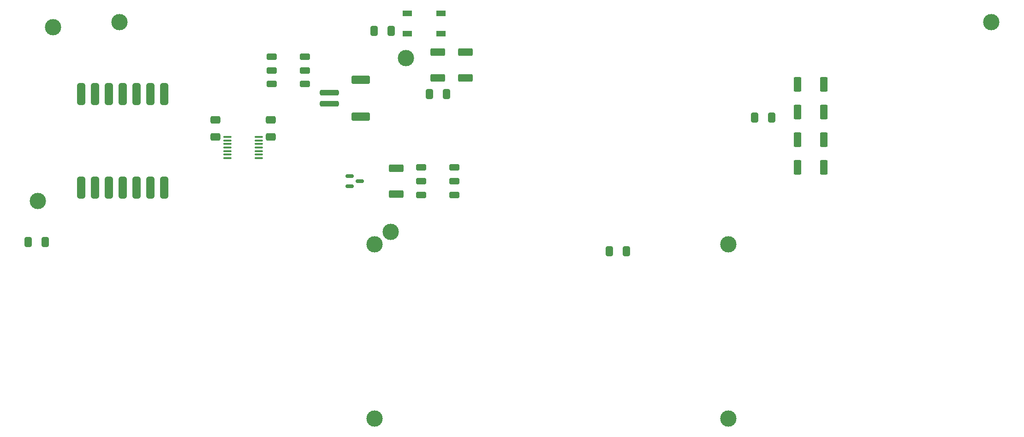
<source format=gbp>
%TF.GenerationSoftware,KiCad,Pcbnew,6.0.10-86aedd382b~118~ubuntu22.04.1*%
%TF.CreationDate,2023-01-30T16:02:00-06:00*%
%TF.ProjectId,badge,62616467-652e-46b6-9963-61645f706362,rev?*%
%TF.SameCoordinates,Original*%
%TF.FileFunction,Paste,Bot*%
%TF.FilePolarity,Positive*%
%FSLAX46Y46*%
G04 Gerber Fmt 4.6, Leading zero omitted, Abs format (unit mm)*
G04 Created by KiCad (PCBNEW 6.0.10-86aedd382b~118~ubuntu22.04.1) date 2023-01-30 16:02:00*
%MOMM*%
%LPD*%
G01*
G04 APERTURE LIST*
G04 Aperture macros list*
%AMRoundRect*
0 Rectangle with rounded corners*
0 $1 Rounding radius*
0 $2 $3 $4 $5 $6 $7 $8 $9 X,Y pos of 4 corners*
0 Add a 4 corners polygon primitive as box body*
4,1,4,$2,$3,$4,$5,$6,$7,$8,$9,$2,$3,0*
0 Add four circle primitives for the rounded corners*
1,1,$1+$1,$2,$3*
1,1,$1+$1,$4,$5*
1,1,$1+$1,$6,$7*
1,1,$1+$1,$8,$9*
0 Add four rect primitives between the rounded corners*
20,1,$1+$1,$2,$3,$4,$5,0*
20,1,$1+$1,$4,$5,$6,$7,0*
20,1,$1+$1,$6,$7,$8,$9,0*
20,1,$1+$1,$8,$9,$2,$3,0*%
G04 Aperture macros list end*
%ADD10C,3.000000*%
%ADD11RoundRect,0.249999X1.075001X-0.450001X1.075001X0.450001X-1.075001X0.450001X-1.075001X-0.450001X0*%
%ADD12RoundRect,0.249999X-1.075001X0.450001X-1.075001X-0.450001X1.075001X-0.450001X1.075001X0.450001X0*%
%ADD13RoundRect,0.250000X0.650000X-0.412500X0.650000X0.412500X-0.650000X0.412500X-0.650000X-0.412500X0*%
%ADD14RoundRect,0.250000X0.412500X0.650000X-0.412500X0.650000X-0.412500X-0.650000X0.412500X-0.650000X0*%
%ADD15RoundRect,0.250000X-1.500000X0.250000X-1.500000X-0.250000X1.500000X-0.250000X1.500000X0.250000X0*%
%ADD16RoundRect,0.250001X-1.449999X0.499999X-1.449999X-0.499999X1.449999X-0.499999X1.449999X0.499999X0*%
%ADD17RoundRect,0.300000X0.650000X-0.300000X0.650000X0.300000X-0.650000X0.300000X-0.650000X-0.300000X0*%
%ADD18RoundRect,0.249999X0.450001X1.075001X-0.450001X1.075001X-0.450001X-1.075001X0.450001X-1.075001X0*%
%ADD19RoundRect,0.249999X-0.450001X-1.075001X0.450001X-1.075001X0.450001X1.075001X-0.450001X1.075001X0*%
%ADD20RoundRect,0.150000X-0.587500X-0.150000X0.587500X-0.150000X0.587500X0.150000X-0.587500X0.150000X0*%
%ADD21RoundRect,0.300000X-0.650000X0.300000X-0.650000X-0.300000X0.650000X-0.300000X0.650000X0.300000X0*%
%ADD22R,1.800000X1.100000*%
%ADD23RoundRect,0.100000X0.637500X0.100000X-0.637500X0.100000X-0.637500X-0.100000X0.637500X-0.100000X0*%
%ADD24RoundRect,0.375000X-0.375000X1.625000X-0.375000X-1.625000X0.375000X-1.625000X0.375000X1.625000X0*%
G04 APERTURE END LIST*
D10*
%TO.C,hole1*%
X68580000Y-62230000D03*
%TD*%
%TO.C,U2*%
X115360000Y-103020000D03*
X180360000Y-103020000D03*
X115360000Y-135020000D03*
X180360000Y-135020000D03*
%TD*%
%TO.C,hole2*%
X228600000Y-62230000D03*
%TD*%
%TO.C,U2*%
X56359194Y-63191546D03*
X118322866Y-100734900D03*
X121111850Y-68856670D03*
X53570211Y-95069777D03*
%TD*%
D11*
%TO.C,R3*%
X127000000Y-72507064D03*
X127000000Y-67707064D03*
%TD*%
D12*
%TO.C,R11*%
X119380000Y-89040000D03*
X119380000Y-93840000D03*
%TD*%
D13*
%TO.C,C41*%
X96350000Y-83305000D03*
X96350000Y-80180000D03*
%TD*%
D14*
%TO.C,C1*%
X54902500Y-102600000D03*
X51777500Y-102600000D03*
%TD*%
%TO.C,C4*%
X161582500Y-104340000D03*
X158457500Y-104340000D03*
%TD*%
D15*
%TO.C,BT1*%
X107124214Y-75200000D03*
X107124214Y-77200000D03*
D16*
X112874214Y-72850000D03*
X112874214Y-79550000D03*
%TD*%
D14*
%TO.C,C2*%
X118402500Y-63850000D03*
X115277500Y-63850000D03*
%TD*%
D17*
%TO.C,SW1*%
X102620000Y-73580000D03*
X102620000Y-71080000D03*
X102620000Y-68580000D03*
X96520000Y-73580000D03*
X96520000Y-71080000D03*
X96520000Y-68580000D03*
%TD*%
D18*
%TO.C,R6*%
X197840000Y-78700000D03*
X193040000Y-78700000D03*
%TD*%
D14*
%TO.C,C3*%
X128562500Y-75460000D03*
X125437500Y-75460000D03*
%TD*%
D19*
%TO.C,R4*%
X193040000Y-88900000D03*
X197840000Y-88900000D03*
%TD*%
D20*
%TO.C,Q1*%
X110822500Y-92390000D03*
X110822500Y-90490000D03*
X112697500Y-91440000D03*
%TD*%
D21*
%TO.C,SW3*%
X123950000Y-88940000D03*
X123950000Y-91440000D03*
X123950000Y-93940000D03*
X130050000Y-88940000D03*
X130050000Y-91440000D03*
X130050000Y-93940000D03*
%TD*%
D14*
%TO.C,C5*%
X188286805Y-79742363D03*
X185161805Y-79742363D03*
%TD*%
D22*
%TO.C,SW2*%
X121360000Y-60610000D03*
X127560000Y-60610000D03*
X127560000Y-64310000D03*
X121360000Y-64310000D03*
%TD*%
D23*
%TO.C,U4*%
X94132500Y-83310000D03*
X94132500Y-83960000D03*
X94132500Y-84610000D03*
X94132500Y-85260000D03*
X94132500Y-85910000D03*
X94132500Y-86560000D03*
X94132500Y-87210000D03*
X88407500Y-87210000D03*
X88407500Y-86560000D03*
X88407500Y-85910000D03*
X88407500Y-85260000D03*
X88407500Y-84610000D03*
X88407500Y-83960000D03*
X88407500Y-83310000D03*
%TD*%
D13*
%TO.C,C42*%
X86190000Y-83305000D03*
X86190000Y-80180000D03*
%TD*%
D24*
%TO.C,U1*%
X61580490Y-75475780D03*
X64120490Y-75475780D03*
X66660490Y-75475780D03*
X69200490Y-75475780D03*
X71740490Y-75475780D03*
X74280490Y-75475780D03*
X76820490Y-75475780D03*
X76820490Y-92640340D03*
X74280490Y-92640340D03*
X71740490Y-92640340D03*
X69200490Y-92640340D03*
X66660490Y-92640340D03*
X64120490Y-92640340D03*
X61580490Y-92640340D03*
%TD*%
D11*
%TO.C,R1*%
X132080000Y-72507064D03*
X132080000Y-67707064D03*
%TD*%
D19*
%TO.C,R5*%
X193040000Y-83820000D03*
X197840000Y-83820000D03*
%TD*%
D18*
%TO.C,R7*%
X197840000Y-73660000D03*
X193040000Y-73660000D03*
%TD*%
M02*

</source>
